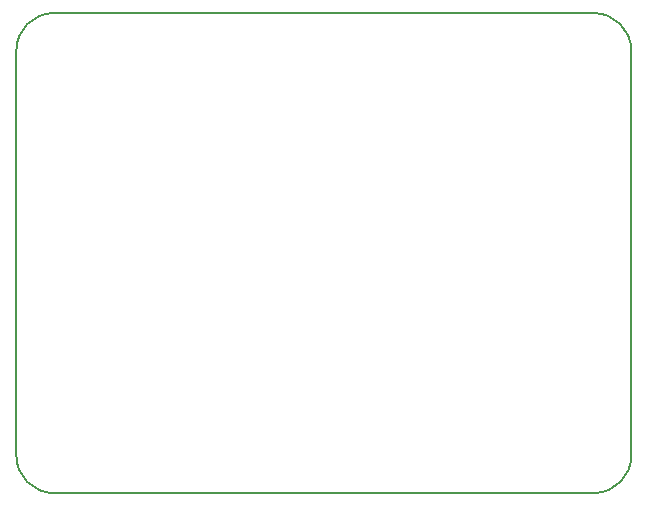
<source format=gbr>
G04 #@! TF.GenerationSoftware,KiCad,Pcbnew,(5.0.0)*
G04 #@! TF.CreationDate,2019-05-16T09:16:10+02:00*
G04 #@! TF.ProjectId,manette_2019_boutons,6D616E657474655F323031395F626F75,rev?*
G04 #@! TF.SameCoordinates,Original*
G04 #@! TF.FileFunction,Profile,NP*
%FSLAX46Y46*%
G04 Gerber Fmt 4.6, Leading zero omitted, Abs format (unit mm)*
G04 Created by KiCad (PCBNEW (5.0.0)) date 05/16/19 09:16:10*
%MOMM*%
%LPD*%
G01*
G04 APERTURE LIST*
%ADD10C,0.150000*%
G04 APERTURE END LIST*
D10*
X130175000Y-109220000D02*
G75*
G02X127000000Y-106045000I0J3175000D01*
G01*
X179070000Y-106045000D02*
G75*
G02X175895000Y-109220000I-3175000J0D01*
G01*
X127000000Y-71755000D02*
G75*
G02X130175000Y-68580000I3175000J0D01*
G01*
X175895000Y-68580000D02*
G75*
G02X179070000Y-71755000I0J-3175000D01*
G01*
X127000000Y-71755000D02*
X127000000Y-106045000D01*
X175895000Y-68580000D02*
X130175000Y-68580000D01*
X179070000Y-106045000D02*
X179070000Y-71755000D01*
X130175000Y-109220000D02*
X175895000Y-109220000D01*
M02*

</source>
